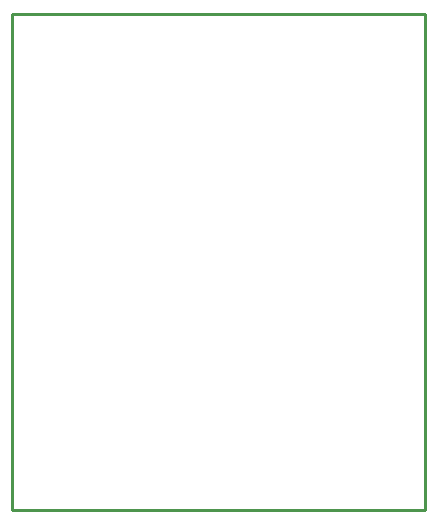
<source format=gbr>
G04 EAGLE Gerber RS-274X export*
G75*
%MOMM*%
%FSLAX34Y34*%
%LPD*%
%IN*%
%IPPOS*%
%AMOC8*
5,1,8,0,0,1.08239X$1,22.5*%
G01*
%ADD10C,0.254000*%


D10*
X0Y0D02*
X350000Y0D01*
X350000Y420000D01*
X0Y420000D01*
X0Y0D01*
M02*

</source>
